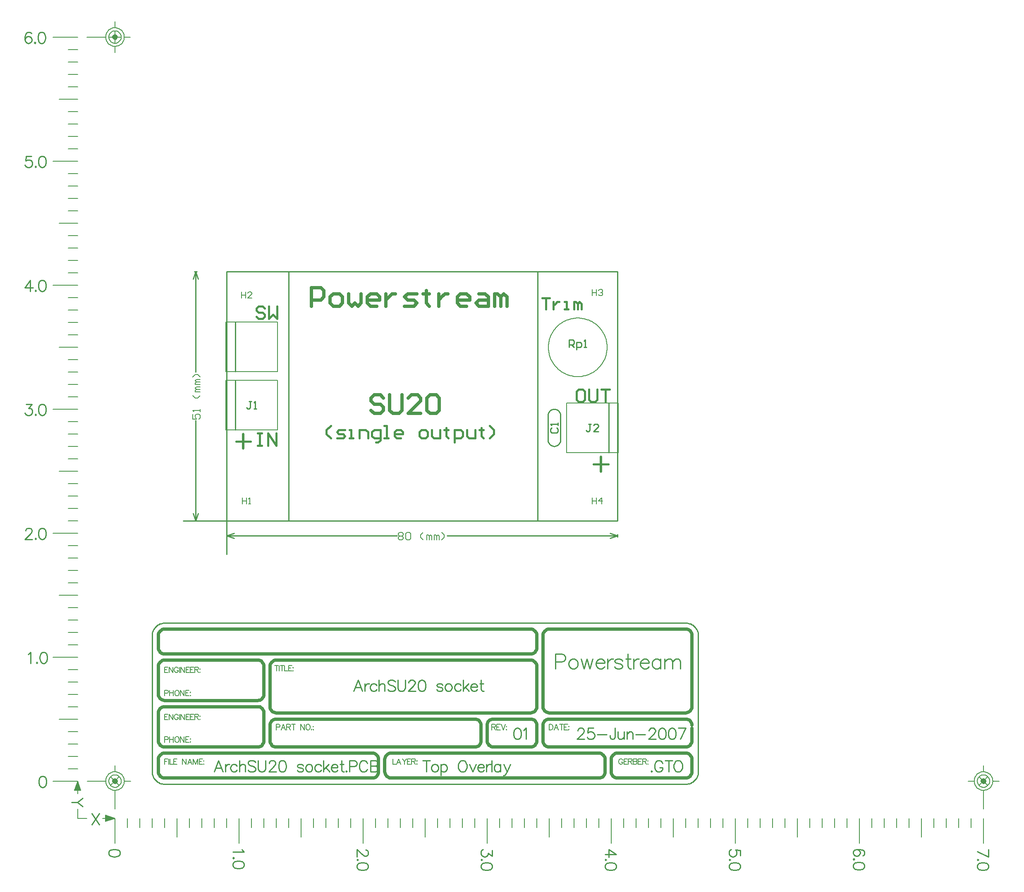
<source format=gto>
%FSLAX23Y23*%
%MOIN*%
G70*
G01*
G75*
%ADD10C,0.040*%
%ADD11C,0.010*%
%ADD12C,0.030*%
%ADD13C,0.060*%
%ADD14C,0.009*%
%ADD15C,0.025*%
%ADD16C,0.008*%
%ADD17C,0.005*%
%ADD18C,0.006*%
%ADD19C,0.062*%
%ADD20C,0.215*%
%ADD21C,0.098*%
%ADD22C,0.110*%
%ADD23C,0.110*%
%ADD24C,0.008*%
%ADD25C,0.020*%
%ADD26C,0.016*%
%ADD27C,0.015*%
D11*
X10658Y8222D02*
X10659Y8212D01*
X10662Y8203D01*
X10667Y8194D01*
X10673Y8186D01*
X10681Y8180D01*
X10689Y8176D01*
X10699Y8173D01*
X10708Y8172D01*
X10718Y8173D01*
X10728Y8176D01*
X10736Y8180D01*
X10744Y8186D01*
X10750Y8194D01*
X10755Y8203D01*
X10758Y8212D01*
X10758Y8222D01*
Y8422D02*
X10758Y8432D01*
X10755Y8441D01*
X10750Y8450D01*
X10744Y8457D01*
X10736Y8463D01*
X10728Y8468D01*
X10718Y8471D01*
X10708Y8472D01*
X10699Y8471D01*
X10689Y8468D01*
X10681Y8463D01*
X10673Y8457D01*
X10667Y8450D01*
X10662Y8441D01*
X10659Y8432D01*
X10658Y8422D01*
X10758Y8222D02*
Y8422D01*
X10658Y8222D02*
Y8422D01*
X8568Y9580D02*
X10576D01*
Y7572D02*
Y9580D01*
X8568Y7572D02*
Y9580D01*
Y7572D02*
X10576D01*
X8140Y8773D02*
Y9174D01*
X11147Y8119D02*
Y8521D01*
X8140Y8303D02*
Y8704D01*
X10689Y8322D02*
X10679Y8312D01*
Y8292D01*
X10689Y8282D01*
X10728D01*
X10738Y8292D01*
Y8312D01*
X10728Y8322D01*
X10738Y8342D02*
Y8362D01*
Y8352D01*
X10679D01*
X10689Y8342D01*
X10828Y8970D02*
Y9030D01*
X10858D01*
X10868Y9020D01*
Y9000D01*
X10858Y8990D01*
X10828D01*
X10848D02*
X10868Y8970D01*
X10888Y8950D02*
Y9010D01*
X10918D01*
X10928Y9000D01*
Y8980D01*
X10918Y8970D01*
X10888D01*
X10948D02*
X10968D01*
X10958D01*
Y9030D01*
X10948Y9020D01*
X8270Y8534D02*
X8250D01*
X8260D01*
Y8484D01*
X8250Y8474D01*
X8240D01*
X8230Y8484D01*
X8290Y8474D02*
X8310D01*
X8300D01*
Y8534D01*
X8290Y8524D01*
X11006Y8350D02*
X10986D01*
X10996D01*
Y8300D01*
X10986Y8290D01*
X10976D01*
X10966Y8300D01*
X11066Y8290D02*
X11026D01*
X11066Y8330D01*
Y8340D01*
X11056Y8350D01*
X11036D01*
X11026Y8340D01*
X11868Y6647D02*
X11868Y6657D01*
X11867Y6666D01*
X11864Y6676D01*
X11861Y6685D01*
X11857Y6694D01*
X11852Y6702D01*
X11846Y6710D01*
X11839Y6718D01*
X11832Y6724D01*
X11824Y6730D01*
X11816Y6735D01*
X11807Y6739D01*
X11798Y6742D01*
X11788Y6745D01*
X11778Y6746D01*
X11768Y6747D01*
Y5447D02*
X11778Y5447D01*
X11788Y5449D01*
X11798Y5451D01*
X11807Y5454D01*
X11816Y5459D01*
X11824Y5464D01*
X11832Y5470D01*
X11839Y5476D01*
X11846Y5483D01*
X11852Y5491D01*
X11857Y5500D01*
X11861Y5509D01*
X11864Y5518D01*
X11867Y5527D01*
X11868Y5537D01*
X11868Y5547D01*
X7468Y5548D02*
X7469Y5538D01*
X7470Y5528D01*
X7473Y5519D01*
X7476Y5510D01*
X7480Y5501D01*
X7485Y5492D01*
X7491Y5484D01*
X7497Y5477D01*
X7505Y5470D01*
X7512Y5464D01*
X7521Y5459D01*
X7530Y5455D01*
X7539Y5452D01*
X7548Y5449D01*
X7558Y5447D01*
X7568Y5447D01*
X7568Y6747D02*
X7559Y6746D01*
X7549Y6745D01*
X7539Y6742D01*
X7530Y6739D01*
X7521Y6735D01*
X7513Y6730D01*
X7505Y6724D01*
X7498Y6718D01*
X7491Y6710D01*
X7485Y6702D01*
X7480Y6694D01*
X7476Y6685D01*
X7473Y6676D01*
X7470Y6666D01*
X7469Y6657D01*
X7468Y6647D01*
Y5547D02*
Y6647D01*
X11868Y5547D02*
Y6647D01*
X7568Y6747D02*
X11768D01*
X7568Y5447D02*
X11768D01*
X8068Y7572D02*
Y9580D01*
X11218Y7572D02*
Y9580D01*
X8068D02*
X11218D01*
X8068Y7572D02*
X11218D01*
Y7442D02*
Y7462D01*
X8068Y7442D02*
Y7462D01*
X11158Y7432D02*
X11218Y7452D01*
X11158Y7472D02*
X11218Y7452D01*
X8068D02*
X8128Y7432D01*
X8068Y7452D02*
X8128Y7472D01*
X9844Y7452D02*
X11218D01*
X8068D02*
X9442D01*
X8068Y7302D02*
Y7572D01*
X7808Y9580D02*
X7828D01*
X7808Y7572D02*
X7828D01*
X7818Y9580D02*
X7838Y9520D01*
X7798D02*
X7818Y9580D01*
Y7572D02*
X7838Y7632D01*
X7798D02*
X7818Y7572D01*
Y8772D02*
Y9580D01*
Y7572D02*
Y8380D01*
X7718Y7572D02*
X8068D01*
D14*
X11493Y5555D02*
X11488Y5551D01*
X11493Y5547D01*
X11497Y5551D01*
X11493Y5555D01*
X11581Y5615D02*
X11577Y5624D01*
X11568Y5633D01*
X11560Y5637D01*
X11542D01*
X11534Y5633D01*
X11525Y5624D01*
X11521Y5615D01*
X11517Y5603D01*
Y5581D01*
X11521Y5568D01*
X11525Y5560D01*
X11534Y5551D01*
X11542Y5547D01*
X11560D01*
X11568Y5551D01*
X11577Y5560D01*
X11581Y5568D01*
Y5581D01*
X11560D02*
X11581D01*
X11632Y5637D02*
Y5547D01*
X11602Y5637D02*
X11662D01*
X11698D02*
X11689Y5633D01*
X11681Y5624D01*
X11677Y5615D01*
X11672Y5603D01*
Y5581D01*
X11677Y5568D01*
X11681Y5560D01*
X11689Y5551D01*
X11698Y5547D01*
X11715D01*
X11724Y5551D01*
X11732Y5560D01*
X11737Y5568D01*
X11741Y5581D01*
Y5603D01*
X11737Y5615D01*
X11732Y5624D01*
X11724Y5633D01*
X11715Y5637D01*
X11698D01*
X9162Y6197D02*
X9128Y6287D01*
X9093Y6197D01*
X9106Y6227D02*
X9149D01*
X9183Y6257D02*
Y6197D01*
Y6231D02*
X9187Y6244D01*
X9196Y6253D01*
X9204Y6257D01*
X9217D01*
X9277Y6244D02*
X9268Y6253D01*
X9260Y6257D01*
X9247D01*
X9238Y6253D01*
X9230Y6244D01*
X9225Y6231D01*
Y6223D01*
X9230Y6210D01*
X9238Y6201D01*
X9247Y6197D01*
X9260D01*
X9268Y6201D01*
X9277Y6210D01*
X9296Y6287D02*
Y6197D01*
Y6240D02*
X9309Y6253D01*
X9318Y6257D01*
X9330D01*
X9339Y6253D01*
X9343Y6240D01*
Y6197D01*
X9427Y6274D02*
X9418Y6282D01*
X9405Y6287D01*
X9388D01*
X9375Y6282D01*
X9367Y6274D01*
Y6265D01*
X9371Y6257D01*
X9375Y6253D01*
X9384Y6248D01*
X9410Y6240D01*
X9418Y6235D01*
X9423Y6231D01*
X9427Y6223D01*
Y6210D01*
X9418Y6201D01*
X9405Y6197D01*
X9388D01*
X9375Y6201D01*
X9367Y6210D01*
X9447Y6287D02*
Y6223D01*
X9451Y6210D01*
X9460Y6201D01*
X9473Y6197D01*
X9481D01*
X9494Y6201D01*
X9503Y6210D01*
X9507Y6223D01*
Y6287D01*
X9536Y6265D02*
Y6270D01*
X9540Y6278D01*
X9545Y6282D01*
X9553Y6287D01*
X9570D01*
X9579Y6282D01*
X9583Y6278D01*
X9588Y6270D01*
Y6261D01*
X9583Y6253D01*
X9575Y6240D01*
X9532Y6197D01*
X9592D01*
X9638Y6287D02*
X9625Y6282D01*
X9616Y6270D01*
X9612Y6248D01*
Y6235D01*
X9616Y6214D01*
X9625Y6201D01*
X9638Y6197D01*
X9646D01*
X9659Y6201D01*
X9668Y6214D01*
X9672Y6235D01*
Y6248D01*
X9668Y6270D01*
X9659Y6282D01*
X9646Y6287D01*
X9638D01*
X9810Y6244D02*
X9806Y6253D01*
X9793Y6257D01*
X9780D01*
X9767Y6253D01*
X9763Y6244D01*
X9767Y6235D01*
X9776Y6231D01*
X9797Y6227D01*
X9806Y6223D01*
X9810Y6214D01*
Y6210D01*
X9806Y6201D01*
X9793Y6197D01*
X9780D01*
X9767Y6201D01*
X9763Y6210D01*
X9850Y6257D02*
X9842Y6253D01*
X9833Y6244D01*
X9829Y6231D01*
Y6223D01*
X9833Y6210D01*
X9842Y6201D01*
X9850Y6197D01*
X9863D01*
X9872Y6201D01*
X9880Y6210D01*
X9884Y6223D01*
Y6231D01*
X9880Y6244D01*
X9872Y6253D01*
X9863Y6257D01*
X9850D01*
X9956Y6244D02*
X9947Y6253D01*
X9938Y6257D01*
X9926D01*
X9917Y6253D01*
X9908Y6244D01*
X9904Y6231D01*
Y6223D01*
X9908Y6210D01*
X9917Y6201D01*
X9926Y6197D01*
X9938D01*
X9947Y6201D01*
X9956Y6210D01*
X9975Y6287D02*
Y6197D01*
X10018Y6257D02*
X9975Y6214D01*
X9992Y6231D02*
X10022Y6197D01*
X10036Y6231D02*
X10088D01*
Y6240D01*
X10083Y6248D01*
X10079Y6253D01*
X10070Y6257D01*
X10058D01*
X10049Y6253D01*
X10040Y6244D01*
X10036Y6231D01*
Y6223D01*
X10040Y6210D01*
X10049Y6201D01*
X10058Y6197D01*
X10070D01*
X10079Y6201D01*
X10088Y6210D01*
X10120Y6287D02*
Y6214D01*
X10124Y6201D01*
X10133Y6197D01*
X10141D01*
X10107Y6257D02*
X10137D01*
X8037Y5547D02*
X8003Y5637D01*
X7968Y5547D01*
X7981Y5577D02*
X8024D01*
X8058Y5607D02*
Y5547D01*
Y5581D02*
X8062Y5594D01*
X8071Y5603D01*
X8079Y5607D01*
X8092D01*
X8152Y5594D02*
X8143Y5603D01*
X8135Y5607D01*
X8122D01*
X8113Y5603D01*
X8105Y5594D01*
X8100Y5581D01*
Y5573D01*
X8105Y5560D01*
X8113Y5551D01*
X8122Y5547D01*
X8135D01*
X8143Y5551D01*
X8152Y5560D01*
X8171Y5637D02*
Y5547D01*
Y5590D02*
X8184Y5603D01*
X8193Y5607D01*
X8205D01*
X8214Y5603D01*
X8218Y5590D01*
Y5547D01*
X8302Y5624D02*
X8293Y5633D01*
X8280Y5637D01*
X8263D01*
X8250Y5633D01*
X8242Y5624D01*
Y5615D01*
X8246Y5607D01*
X8250Y5603D01*
X8259Y5598D01*
X8285Y5590D01*
X8293Y5585D01*
X8298Y5581D01*
X8302Y5573D01*
Y5560D01*
X8293Y5551D01*
X8280Y5547D01*
X8263D01*
X8250Y5551D01*
X8242Y5560D01*
X8322Y5637D02*
Y5573D01*
X8326Y5560D01*
X8335Y5551D01*
X8348Y5547D01*
X8356D01*
X8369Y5551D01*
X8378Y5560D01*
X8382Y5573D01*
Y5637D01*
X8411Y5615D02*
Y5620D01*
X8415Y5628D01*
X8420Y5633D01*
X8428Y5637D01*
X8445D01*
X8454Y5633D01*
X8458Y5628D01*
X8463Y5620D01*
Y5611D01*
X8458Y5603D01*
X8450Y5590D01*
X8407Y5547D01*
X8467D01*
X8513Y5637D02*
X8500Y5633D01*
X8491Y5620D01*
X8487Y5598D01*
Y5585D01*
X8491Y5564D01*
X8500Y5551D01*
X8513Y5547D01*
X8521D01*
X8534Y5551D01*
X8543Y5564D01*
X8547Y5585D01*
Y5598D01*
X8543Y5620D01*
X8534Y5633D01*
X8521Y5637D01*
X8513D01*
X8685Y5594D02*
X8681Y5603D01*
X8668Y5607D01*
X8655D01*
X8642Y5603D01*
X8638Y5594D01*
X8642Y5585D01*
X8651Y5581D01*
X8672Y5577D01*
X8681Y5573D01*
X8685Y5564D01*
Y5560D01*
X8681Y5551D01*
X8668Y5547D01*
X8655D01*
X8642Y5551D01*
X8638Y5560D01*
X8725Y5607D02*
X8717Y5603D01*
X8708Y5594D01*
X8704Y5581D01*
Y5573D01*
X8708Y5560D01*
X8717Y5551D01*
X8725Y5547D01*
X8738D01*
X8747Y5551D01*
X8755Y5560D01*
X8759Y5573D01*
Y5581D01*
X8755Y5594D01*
X8747Y5603D01*
X8738Y5607D01*
X8725D01*
X8831Y5594D02*
X8822Y5603D01*
X8813Y5607D01*
X8801D01*
X8792Y5603D01*
X8783Y5594D01*
X8779Y5581D01*
Y5573D01*
X8783Y5560D01*
X8792Y5551D01*
X8801Y5547D01*
X8813D01*
X8822Y5551D01*
X8831Y5560D01*
X8850Y5637D02*
Y5547D01*
X8893Y5607D02*
X8850Y5564D01*
X8867Y5581D02*
X8897Y5547D01*
X8911Y5581D02*
X8963D01*
Y5590D01*
X8958Y5598D01*
X8954Y5603D01*
X8945Y5607D01*
X8933D01*
X8924Y5603D01*
X8915Y5594D01*
X8911Y5581D01*
Y5573D01*
X8915Y5560D01*
X8924Y5551D01*
X8933Y5547D01*
X8945D01*
X8954Y5551D01*
X8963Y5560D01*
X8995Y5637D02*
Y5564D01*
X8999Y5551D01*
X9008Y5547D01*
X9016D01*
X8982Y5607D02*
X9012D01*
X9033Y5555D02*
X9029Y5551D01*
X9033Y5547D01*
X9038Y5551D01*
X9033Y5555D01*
X9057Y5590D02*
X9096D01*
X9109Y5594D01*
X9113Y5598D01*
X9117Y5607D01*
Y5620D01*
X9113Y5628D01*
X9109Y5633D01*
X9096Y5637D01*
X9057D01*
Y5547D01*
X9202Y5615D02*
X9197Y5624D01*
X9189Y5633D01*
X9180Y5637D01*
X9163D01*
X9155Y5633D01*
X9146Y5624D01*
X9142Y5615D01*
X9137Y5603D01*
Y5581D01*
X9142Y5568D01*
X9146Y5560D01*
X9155Y5551D01*
X9163Y5547D01*
X9180D01*
X9189Y5551D01*
X9197Y5560D01*
X9202Y5568D01*
X9227Y5637D02*
Y5547D01*
Y5637D02*
X9266D01*
X9278Y5633D01*
X9283Y5628D01*
X9287Y5620D01*
Y5611D01*
X9283Y5603D01*
X9278Y5598D01*
X9266Y5594D01*
X9227D02*
X9266D01*
X9278Y5590D01*
X9283Y5585D01*
X9287Y5577D01*
Y5564D01*
X9283Y5555D01*
X9278Y5551D01*
X9266Y5547D01*
X9227D01*
X9678Y5637D02*
Y5547D01*
X9648Y5637D02*
X9708D01*
X9741Y5607D02*
X9732Y5603D01*
X9723Y5594D01*
X9719Y5581D01*
Y5573D01*
X9723Y5560D01*
X9732Y5551D01*
X9741Y5547D01*
X9753D01*
X9762Y5551D01*
X9771Y5560D01*
X9775Y5573D01*
Y5581D01*
X9771Y5594D01*
X9762Y5603D01*
X9753Y5607D01*
X9741D01*
X9795D02*
Y5517D01*
Y5594D02*
X9803Y5603D01*
X9812Y5607D01*
X9825D01*
X9833Y5603D01*
X9842Y5594D01*
X9846Y5581D01*
Y5573D01*
X9842Y5560D01*
X9833Y5551D01*
X9825Y5547D01*
X9812D01*
X9803Y5551D01*
X9795Y5560D01*
X9962Y5637D02*
X9953Y5633D01*
X9945Y5624D01*
X9940Y5615D01*
X9936Y5603D01*
Y5581D01*
X9940Y5568D01*
X9945Y5560D01*
X9953Y5551D01*
X9962Y5547D01*
X9979D01*
X9987Y5551D01*
X9996Y5560D01*
X10000Y5568D01*
X10005Y5581D01*
Y5603D01*
X10000Y5615D01*
X9996Y5624D01*
X9987Y5633D01*
X9979Y5637D01*
X9962D01*
X10026Y5607D02*
X10051Y5547D01*
X10077Y5607D02*
X10051Y5547D01*
X10092Y5581D02*
X10143D01*
Y5590D01*
X10139Y5598D01*
X10134Y5603D01*
X10126Y5607D01*
X10113D01*
X10104Y5603D01*
X10096Y5594D01*
X10092Y5581D01*
Y5573D01*
X10096Y5560D01*
X10104Y5551D01*
X10113Y5547D01*
X10126D01*
X10134Y5551D01*
X10143Y5560D01*
X10162Y5607D02*
Y5547D01*
Y5581D02*
X10167Y5594D01*
X10175Y5603D01*
X10184Y5607D01*
X10197D01*
X10205Y5637D02*
Y5547D01*
X10275Y5607D02*
Y5547D01*
Y5594D02*
X10266Y5603D01*
X10258Y5607D01*
X10245D01*
X10236Y5603D01*
X10228Y5594D01*
X10224Y5581D01*
Y5573D01*
X10228Y5560D01*
X10236Y5551D01*
X10245Y5547D01*
X10258D01*
X10266Y5551D01*
X10275Y5560D01*
X10303Y5607D02*
X10329Y5547D01*
X10355Y5607D02*
X10329Y5547D01*
X10320Y5530D01*
X10312Y5521D01*
X10303Y5517D01*
X10299D01*
X10407Y5899D02*
X10394Y5895D01*
X10385Y5882D01*
X10381Y5861D01*
Y5848D01*
X10385Y5826D01*
X10394Y5814D01*
X10407Y5809D01*
X10415D01*
X10428Y5814D01*
X10437Y5826D01*
X10441Y5848D01*
Y5861D01*
X10437Y5882D01*
X10428Y5895D01*
X10415Y5899D01*
X10407D01*
X10461Y5882D02*
X10470Y5886D01*
X10483Y5899D01*
Y5809D01*
X10718Y6434D02*
X10770D01*
X10787Y6440D01*
X10793Y6445D01*
X10798Y6457D01*
Y6474D01*
X10793Y6485D01*
X10787Y6491D01*
X10770Y6497D01*
X10718D01*
Y6377D01*
X10854Y6457D02*
X10842Y6451D01*
X10831Y6440D01*
X10825Y6423D01*
Y6411D01*
X10831Y6394D01*
X10842Y6383D01*
X10854Y6377D01*
X10871D01*
X10882Y6383D01*
X10894Y6394D01*
X10900Y6411D01*
Y6423D01*
X10894Y6440D01*
X10882Y6451D01*
X10871Y6457D01*
X10854D01*
X10926D02*
X10949Y6377D01*
X10972Y6457D02*
X10949Y6377D01*
X10972Y6457D02*
X10994Y6377D01*
X11017Y6457D02*
X10994Y6377D01*
X11045Y6423D02*
X11114D01*
Y6434D01*
X11108Y6445D01*
X11102Y6451D01*
X11091Y6457D01*
X11074D01*
X11062Y6451D01*
X11051Y6440D01*
X11045Y6423D01*
Y6411D01*
X11051Y6394D01*
X11062Y6383D01*
X11074Y6377D01*
X11091D01*
X11102Y6383D01*
X11114Y6394D01*
X11140Y6457D02*
Y6377D01*
Y6423D02*
X11145Y6440D01*
X11157Y6451D01*
X11168Y6457D01*
X11185D01*
X11259Y6440D02*
X11253Y6451D01*
X11236Y6457D01*
X11219D01*
X11202Y6451D01*
X11196Y6440D01*
X11202Y6428D01*
X11213Y6423D01*
X11242Y6417D01*
X11253Y6411D01*
X11259Y6400D01*
Y6394D01*
X11253Y6383D01*
X11236Y6377D01*
X11219D01*
X11202Y6383D01*
X11196Y6394D01*
X11301Y6497D02*
Y6400D01*
X11307Y6383D01*
X11318Y6377D01*
X11330D01*
X11284Y6457D02*
X11324D01*
X11347D02*
Y6377D01*
Y6423D02*
X11353Y6440D01*
X11364Y6451D01*
X11375Y6457D01*
X11393D01*
X11403Y6423D02*
X11472D01*
Y6434D01*
X11466Y6445D01*
X11461Y6451D01*
X11449Y6457D01*
X11432D01*
X11421Y6451D01*
X11409Y6440D01*
X11403Y6423D01*
Y6411D01*
X11409Y6394D01*
X11421Y6383D01*
X11432Y6377D01*
X11449D01*
X11461Y6383D01*
X11472Y6394D01*
X11566Y6457D02*
Y6377D01*
Y6440D02*
X11555Y6451D01*
X11543Y6457D01*
X11526D01*
X11515Y6451D01*
X11503Y6440D01*
X11498Y6423D01*
Y6411D01*
X11503Y6394D01*
X11515Y6383D01*
X11526Y6377D01*
X11543D01*
X11555Y6383D01*
X11566Y6394D01*
X11598Y6457D02*
Y6377D01*
Y6434D02*
X11615Y6451D01*
X11627Y6457D01*
X11644D01*
X11655Y6451D01*
X11661Y6434D01*
Y6377D01*
Y6434D02*
X11678Y6451D01*
X11690Y6457D01*
X11707D01*
X11718Y6451D01*
X11724Y6434D01*
Y6377D01*
X10898Y5878D02*
Y5882D01*
X10902Y5891D01*
X10906Y5895D01*
X10915Y5899D01*
X10932D01*
X10941Y5895D01*
X10945Y5891D01*
X10949Y5882D01*
Y5874D01*
X10945Y5865D01*
X10936Y5852D01*
X10893Y5809D01*
X10953D01*
X11025Y5899D02*
X10982D01*
X10978Y5861D01*
X10982Y5865D01*
X10995Y5869D01*
X11008D01*
X11021Y5865D01*
X11029Y5856D01*
X11034Y5844D01*
Y5835D01*
X11029Y5822D01*
X11021Y5814D01*
X11008Y5809D01*
X10995D01*
X10982Y5814D01*
X10978Y5818D01*
X10974Y5826D01*
X11054Y5848D02*
X11131D01*
X11200Y5899D02*
Y5831D01*
X11196Y5818D01*
X11192Y5814D01*
X11183Y5809D01*
X11175D01*
X11166Y5814D01*
X11162Y5818D01*
X11157Y5831D01*
Y5839D01*
X11223Y5869D02*
Y5826D01*
X11228Y5814D01*
X11236Y5809D01*
X11249D01*
X11258Y5814D01*
X11271Y5826D01*
Y5869D02*
Y5809D01*
X11294Y5869D02*
Y5809D01*
Y5852D02*
X11307Y5865D01*
X11316Y5869D01*
X11328D01*
X11337Y5865D01*
X11341Y5852D01*
Y5809D01*
X11365Y5848D02*
X11442D01*
X11473Y5878D02*
Y5882D01*
X11477Y5891D01*
X11481Y5895D01*
X11490Y5899D01*
X11507D01*
X11516Y5895D01*
X11520Y5891D01*
X11524Y5882D01*
Y5874D01*
X11520Y5865D01*
X11511Y5852D01*
X11469Y5809D01*
X11529D01*
X11574Y5899D02*
X11561Y5895D01*
X11553Y5882D01*
X11549Y5861D01*
Y5848D01*
X11553Y5826D01*
X11561Y5814D01*
X11574Y5809D01*
X11583D01*
X11596Y5814D01*
X11604Y5826D01*
X11609Y5848D01*
Y5861D01*
X11604Y5882D01*
X11596Y5895D01*
X11583Y5899D01*
X11574D01*
X11654D02*
X11642Y5895D01*
X11633Y5882D01*
X11629Y5861D01*
Y5848D01*
X11633Y5826D01*
X11642Y5814D01*
X11654Y5809D01*
X11663D01*
X11676Y5814D01*
X11684Y5826D01*
X11689Y5848D01*
Y5861D01*
X11684Y5882D01*
X11676Y5895D01*
X11663Y5899D01*
X11654D01*
X11769D02*
X11726Y5809D01*
X11709Y5899D02*
X11769D01*
X6908Y5334D02*
X6866Y5300D01*
X6818D01*
X6908Y5266D02*
X6866Y5300D01*
X6981Y5212D02*
X7041Y5122D01*
Y5212D02*
X6981Y5122D01*
X13196Y4870D02*
X13204Y4875D01*
X13208Y4888D01*
Y4896D01*
X13204Y4909D01*
X13191Y4918D01*
X13170Y4922D01*
X13148D01*
X13131Y4918D01*
X13123Y4909D01*
X13118Y4896D01*
Y4892D01*
X13123Y4879D01*
X13131Y4870D01*
X13144Y4866D01*
X13148D01*
X13161Y4870D01*
X13170Y4879D01*
X13174Y4892D01*
Y4896D01*
X13170Y4909D01*
X13161Y4918D01*
X13148Y4922D01*
X13127Y4842D02*
X13123Y4846D01*
X13118Y4842D01*
X13123Y4838D01*
X13127Y4842D01*
X13208Y4792D02*
X13204Y4805D01*
X13191Y4814D01*
X13170Y4818D01*
X13157D01*
X13136Y4814D01*
X13123Y4805D01*
X13118Y4792D01*
Y4784D01*
X13123Y4771D01*
X13136Y4762D01*
X13157Y4758D01*
X13170D01*
X13191Y4762D01*
X13204Y4771D01*
X13208Y4784D01*
Y4792D01*
X11208Y4879D02*
X11148Y4922D01*
Y4858D01*
X11208Y4879D02*
X11118D01*
X11127Y4837D02*
X11123Y4842D01*
X11118Y4837D01*
X11123Y4833D01*
X11127Y4837D01*
X11208Y4788D02*
X11204Y4801D01*
X11191Y4809D01*
X11170Y4813D01*
X11157D01*
X11136Y4809D01*
X11123Y4801D01*
X11118Y4788D01*
Y4779D01*
X11123Y4766D01*
X11136Y4758D01*
X11157Y4753D01*
X11170D01*
X11191Y4758D01*
X11204Y4766D01*
X11208Y4779D01*
Y4788D01*
X9187Y4918D02*
X9191D01*
X9200Y4913D01*
X9204Y4909D01*
X9208Y4900D01*
Y4883D01*
X9204Y4875D01*
X9200Y4870D01*
X9191Y4866D01*
X9183D01*
X9174Y4870D01*
X9161Y4879D01*
X9118Y4922D01*
Y4862D01*
X9127Y4837D02*
X9123Y4842D01*
X9118Y4837D01*
X9123Y4833D01*
X9127Y4837D01*
X9208Y4788D02*
X9204Y4801D01*
X9191Y4809D01*
X9170Y4813D01*
X9157D01*
X9136Y4809D01*
X9123Y4801D01*
X9118Y4788D01*
Y4779D01*
X9123Y4766D01*
X9136Y4758D01*
X9157Y4753D01*
X9170D01*
X9191Y4758D01*
X9204Y4766D01*
X9208Y4779D01*
Y4788D01*
X7208Y4896D02*
X7204Y4909D01*
X7191Y4918D01*
X7170Y4922D01*
X7157D01*
X7136Y4918D01*
X7123Y4909D01*
X7118Y4896D01*
Y4888D01*
X7123Y4875D01*
X7136Y4866D01*
X7157Y4862D01*
X7170D01*
X7191Y4866D01*
X7204Y4875D01*
X7208Y4888D01*
Y4896D01*
X8191Y4922D02*
X8196Y4913D01*
X8208Y4900D01*
X8118D01*
X8127Y4852D02*
X8123Y4856D01*
X8118Y4852D01*
X8123Y4847D01*
X8127Y4852D01*
X8208Y4802D02*
X8204Y4815D01*
X8191Y4823D01*
X8170Y4828D01*
X8157D01*
X8136Y4823D01*
X8123Y4815D01*
X8118Y4802D01*
Y4793D01*
X8123Y4780D01*
X8136Y4772D01*
X8157Y4768D01*
X8170D01*
X8191Y4772D01*
X8204Y4780D01*
X8208Y4793D01*
Y4802D01*
X10208Y4913D02*
Y4866D01*
X10174Y4892D01*
Y4879D01*
X10170Y4870D01*
X10166Y4866D01*
X10153Y4862D01*
X10144D01*
X10131Y4866D01*
X10123Y4875D01*
X10118Y4888D01*
Y4900D01*
X10123Y4913D01*
X10127Y4918D01*
X10136Y4922D01*
X10127Y4837D02*
X10123Y4842D01*
X10118Y4837D01*
X10123Y4833D01*
X10127Y4837D01*
X10208Y4788D02*
X10204Y4801D01*
X10191Y4809D01*
X10170Y4813D01*
X10157D01*
X10136Y4809D01*
X10123Y4801D01*
X10118Y4788D01*
Y4779D01*
X10123Y4766D01*
X10136Y4758D01*
X10157Y4753D01*
X10170D01*
X10191Y4758D01*
X10204Y4766D01*
X10208Y4779D01*
Y4788D01*
X12208Y4870D02*
Y4913D01*
X12170Y4918D01*
X12174Y4913D01*
X12178Y4900D01*
Y4888D01*
X12174Y4875D01*
X12166Y4866D01*
X12153Y4862D01*
X12144D01*
X12131Y4866D01*
X12123Y4875D01*
X12118Y4888D01*
Y4900D01*
X12123Y4913D01*
X12127Y4918D01*
X12136Y4922D01*
X12127Y4837D02*
X12123Y4842D01*
X12118Y4837D01*
X12123Y4833D01*
X12127Y4837D01*
X12208Y4788D02*
X12204Y4801D01*
X12191Y4809D01*
X12170Y4813D01*
X12157D01*
X12136Y4809D01*
X12123Y4801D01*
X12118Y4788D01*
Y4779D01*
X12123Y4766D01*
X12136Y4758D01*
X12157Y4753D01*
X12170D01*
X12191Y4758D01*
X12204Y4766D01*
X12208Y4779D01*
Y4788D01*
X14208Y4862D02*
X14118Y4905D01*
X14208Y4922D02*
Y4862D01*
X14127Y4837D02*
X14123Y4842D01*
X14118Y4837D01*
X14123Y4833D01*
X14127Y4837D01*
X14208Y4788D02*
X14204Y4801D01*
X14191Y4809D01*
X14170Y4813D01*
X14157D01*
X14136Y4809D01*
X14123Y4801D01*
X14118Y4788D01*
Y4779D01*
X14123Y4766D01*
X14136Y4758D01*
X14157Y4753D01*
X14170D01*
X14191Y4758D01*
X14204Y4766D01*
X14208Y4779D01*
Y4788D01*
X6495Y10512D02*
X6452D01*
X6448Y10473D01*
X6452Y10478D01*
X6465Y10482D01*
X6478D01*
X6491Y10478D01*
X6499Y10469D01*
X6503Y10456D01*
Y10448D01*
X6499Y10435D01*
X6491Y10426D01*
X6478Y10422D01*
X6465D01*
X6452Y10426D01*
X6448Y10430D01*
X6443Y10439D01*
X6528Y10430D02*
X6524Y10426D01*
X6528Y10422D01*
X6532Y10426D01*
X6528Y10430D01*
X6578Y10512D02*
X6565Y10507D01*
X6556Y10495D01*
X6552Y10473D01*
Y10460D01*
X6556Y10439D01*
X6565Y10426D01*
X6578Y10422D01*
X6586D01*
X6599Y10426D01*
X6608Y10439D01*
X6612Y10460D01*
Y10473D01*
X6608Y10495D01*
X6599Y10507D01*
X6586Y10512D01*
X6578D01*
X6452Y8512D02*
X6499D01*
X6473Y8478D01*
X6486D01*
X6495Y8473D01*
X6499Y8469D01*
X6503Y8456D01*
Y8448D01*
X6499Y8435D01*
X6491Y8426D01*
X6478Y8422D01*
X6465D01*
X6452Y8426D01*
X6448Y8430D01*
X6443Y8439D01*
X6528Y8430D02*
X6524Y8426D01*
X6528Y8422D01*
X6532Y8426D01*
X6528Y8430D01*
X6578Y8512D02*
X6565Y8507D01*
X6556Y8495D01*
X6552Y8473D01*
Y8460D01*
X6556Y8439D01*
X6565Y8426D01*
X6578Y8422D01*
X6586D01*
X6599Y8426D01*
X6608Y8439D01*
X6612Y8460D01*
Y8473D01*
X6608Y8495D01*
X6599Y8507D01*
X6586Y8512D01*
X6578D01*
X6468Y6495D02*
X6477Y6499D01*
X6490Y6512D01*
Y6422D01*
X6539Y6430D02*
X6534Y6426D01*
X6539Y6422D01*
X6543Y6426D01*
X6539Y6430D01*
X6588Y6512D02*
X6576Y6508D01*
X6567Y6495D01*
X6563Y6473D01*
Y6460D01*
X6567Y6439D01*
X6576Y6426D01*
X6588Y6422D01*
X6597D01*
X6610Y6426D01*
X6618Y6439D01*
X6623Y6460D01*
Y6473D01*
X6618Y6495D01*
X6610Y6508D01*
X6597Y6512D01*
X6588D01*
X6582Y5512D02*
X6569Y5508D01*
X6560Y5495D01*
X6556Y5473D01*
Y5460D01*
X6560Y5439D01*
X6569Y5426D01*
X6582Y5422D01*
X6590D01*
X6603Y5426D01*
X6612Y5439D01*
X6616Y5460D01*
Y5473D01*
X6612Y5495D01*
X6603Y5508D01*
X6590Y5512D01*
X6582D01*
X6448Y7490D02*
Y7495D01*
X6452Y7503D01*
X6456Y7508D01*
X6465Y7512D01*
X6482D01*
X6491Y7508D01*
X6495Y7503D01*
X6499Y7495D01*
Y7486D01*
X6495Y7478D01*
X6486Y7465D01*
X6443Y7422D01*
X6503D01*
X6528Y7430D02*
X6524Y7426D01*
X6528Y7422D01*
X6532Y7426D01*
X6528Y7430D01*
X6578Y7512D02*
X6565Y7508D01*
X6556Y7495D01*
X6552Y7473D01*
Y7460D01*
X6556Y7439D01*
X6565Y7426D01*
X6578Y7422D01*
X6586D01*
X6599Y7426D01*
X6608Y7439D01*
X6612Y7460D01*
Y7473D01*
X6608Y7495D01*
X6599Y7508D01*
X6586Y7512D01*
X6578D01*
X6486Y9512D02*
X6443Y9452D01*
X6508D01*
X6486Y9512D02*
Y9422D01*
X6528Y9430D02*
X6524Y9426D01*
X6528Y9422D01*
X6532Y9426D01*
X6528Y9430D01*
X6578Y9512D02*
X6565Y9507D01*
X6556Y9495D01*
X6552Y9473D01*
Y9460D01*
X6556Y9439D01*
X6565Y9426D01*
X6578Y9422D01*
X6586D01*
X6599Y9426D01*
X6608Y9439D01*
X6612Y9460D01*
Y9473D01*
X6608Y9495D01*
X6599Y9507D01*
X6586Y9512D01*
X6578D01*
X6495Y11499D02*
X6491Y11507D01*
X6478Y11512D01*
X6469D01*
X6456Y11507D01*
X6448Y11495D01*
X6443Y11473D01*
Y11452D01*
X6448Y11435D01*
X6456Y11426D01*
X6469Y11422D01*
X6473D01*
X6486Y11426D01*
X6495Y11435D01*
X6499Y11448D01*
Y11452D01*
X6495Y11465D01*
X6486Y11473D01*
X6473Y11478D01*
X6469D01*
X6456Y11473D01*
X6448Y11465D01*
X6443Y11452D01*
X6523Y11430D02*
X6519Y11426D01*
X6523Y11422D01*
X6527Y11426D01*
X6523Y11430D01*
X6573Y11512D02*
X6560Y11507D01*
X6551Y11495D01*
X6547Y11473D01*
Y11460D01*
X6551Y11439D01*
X6560Y11426D01*
X6573Y11422D01*
X6581D01*
X6594Y11426D01*
X6603Y11439D01*
X6607Y11460D01*
Y11473D01*
X6603Y11495D01*
X6594Y11507D01*
X6581Y11512D01*
X6573D01*
D15*
X8753Y9302D02*
Y9452D01*
X8828D01*
X8853Y9427D01*
Y9377D01*
X8828Y9352D01*
X8753D01*
X8928Y9302D02*
X8978D01*
X9003Y9327D01*
Y9377D01*
X8978Y9402D01*
X8928D01*
X8903Y9377D01*
Y9327D01*
X8928Y9302D01*
X9053Y9402D02*
Y9327D01*
X9078Y9302D01*
X9103Y9327D01*
X9128Y9302D01*
X9153Y9327D01*
Y9402D01*
X9278Y9302D02*
X9228D01*
X9203Y9327D01*
Y9377D01*
X9228Y9402D01*
X9278D01*
X9303Y9377D01*
Y9352D01*
X9203D01*
X9353Y9402D02*
Y9302D01*
Y9352D01*
X9378Y9377D01*
X9403Y9402D01*
X9428D01*
X9503Y9302D02*
X9578D01*
X9603Y9327D01*
X9578Y9352D01*
X9528D01*
X9503Y9377D01*
X9528Y9402D01*
X9603D01*
X9678Y9427D02*
Y9402D01*
X9653D01*
X9703D01*
X9678D01*
Y9327D01*
X9703Y9302D01*
X9778Y9402D02*
Y9302D01*
Y9352D01*
X9803Y9377D01*
X9828Y9402D01*
X9853D01*
X10003Y9302D02*
X9953D01*
X9928Y9327D01*
Y9377D01*
X9953Y9402D01*
X10003D01*
X10028Y9377D01*
Y9352D01*
X9928D01*
X10103Y9402D02*
X10153D01*
X10178Y9377D01*
Y9302D01*
X10103D01*
X10078Y9327D01*
X10103Y9352D01*
X10178D01*
X10228Y9302D02*
Y9402D01*
X10253D01*
X10278Y9377D01*
Y9302D01*
Y9377D01*
X10303Y9402D01*
X10328Y9377D01*
Y9302D01*
X9333Y8562D02*
X9308Y8587D01*
X9258D01*
X9233Y8562D01*
Y8537D01*
X9258Y8512D01*
X9308D01*
X9333Y8487D01*
Y8462D01*
X9308Y8437D01*
X9258D01*
X9233Y8462D01*
X9383Y8587D02*
Y8462D01*
X9408Y8437D01*
X9458D01*
X9483Y8462D01*
Y8587D01*
X9633Y8437D02*
X9533D01*
X9633Y8537D01*
Y8562D01*
X9608Y8587D01*
X9558D01*
X9533Y8562D01*
X9683D02*
X9708Y8587D01*
X9758D01*
X9783Y8562D01*
Y8462D01*
X9758Y8437D01*
X9708D01*
X9683Y8462D01*
Y8562D01*
X9293Y5647D02*
X9293Y5657D01*
X9290Y5666D01*
X9285Y5675D01*
X9279Y5682D01*
X9271Y5688D01*
X9263Y5693D01*
X9253Y5696D01*
X9243Y5697D01*
X9245Y5497D02*
X9254Y5498D01*
X9264Y5500D01*
X9272Y5505D01*
X9280Y5511D01*
X9286Y5519D01*
X9290Y5527D01*
X9293Y5537D01*
X9293Y5546D01*
X9393Y5697D02*
X9384Y5696D01*
X9374Y5693D01*
X9366Y5688D01*
X9358Y5682D01*
X9352Y5675D01*
X9347Y5666D01*
X9344Y5657D01*
X9343Y5647D01*
Y5547D02*
X9344Y5537D01*
X9347Y5528D01*
X9352Y5519D01*
X9358Y5512D01*
X9365Y5506D01*
X9374Y5501D01*
X9383Y5498D01*
X9393Y5497D01*
X11118Y5647D02*
X11118Y5657D01*
X11115Y5666D01*
X11110Y5675D01*
X11104Y5682D01*
X11096Y5688D01*
X11088Y5693D01*
X11078Y5696D01*
X11068Y5697D01*
X11070Y5497D02*
X11079Y5498D01*
X11089Y5500D01*
X11097Y5505D01*
X11105Y5511D01*
X11111Y5519D01*
X11115Y5527D01*
X11118Y5537D01*
X11118Y5546D01*
X11168Y5546D02*
X11169Y5536D01*
X11172Y5527D01*
X11177Y5518D01*
X11183Y5511D01*
X11191Y5505D01*
X11199Y5500D01*
X11209Y5498D01*
X11218Y5497D01*
X11218Y5697D02*
X11209Y5696D01*
X11199Y5693D01*
X11191Y5688D01*
X11183Y5682D01*
X11177Y5675D01*
X11172Y5666D01*
X11169Y5657D01*
X11168Y5647D01*
X8368Y6398D02*
X8368Y6407D01*
X8365Y6417D01*
X8360Y6425D01*
X8354Y6432D01*
X8347Y6439D01*
X8338Y6443D01*
X8329Y6446D01*
X8319Y6447D01*
X8320Y6122D02*
X8330Y6123D01*
X8339Y6125D01*
X8347Y6130D01*
X8354Y6136D01*
X8360Y6143D01*
X8365Y6151D01*
X8368Y6160D01*
X8368Y6170D01*
Y6023D02*
X8368Y6033D01*
X8365Y6042D01*
X8360Y6051D01*
X8354Y6058D01*
X8346Y6064D01*
X8337Y6069D01*
X8328Y6071D01*
X8318Y6072D01*
X8418Y6071D02*
X8419Y6061D01*
X8422Y6052D01*
X8427Y6044D01*
X8433Y6036D01*
X8440Y6030D01*
X8449Y6026D01*
X8458Y6023D01*
X8467Y6022D01*
X8418Y5796D02*
X8419Y5786D01*
X8422Y5777D01*
X8427Y5769D01*
X8433Y5761D01*
X8440Y5755D01*
X8449Y5751D01*
X8458Y5748D01*
X8467Y5747D01*
X8319D02*
X8329Y5748D01*
X8338Y5751D01*
X8347Y5755D01*
X8354Y5761D01*
X8360Y5769D01*
X8365Y5777D01*
X8368Y5786D01*
X8368Y5796D01*
X10118Y5923D02*
X10118Y5932D01*
X10115Y5942D01*
X10110Y5950D01*
X10104Y5957D01*
X10097Y5964D01*
X10088Y5968D01*
X10079Y5971D01*
X10069Y5972D01*
Y5747D02*
X10079Y5748D01*
X10088Y5751D01*
X10097Y5755D01*
X10104Y5761D01*
X10111Y5769D01*
X10115Y5778D01*
X10118Y5787D01*
X10118Y5797D01*
X10168Y5798D02*
X10169Y5788D01*
X10172Y5778D01*
X10177Y5770D01*
X10183Y5762D01*
X10191Y5756D01*
X10199Y5751D01*
X10209Y5748D01*
X10219Y5747D01*
X10216Y5972D02*
X10207Y5971D01*
X10198Y5968D01*
X10189Y5963D01*
X10182Y5957D01*
X10176Y5949D01*
X10171Y5940D01*
X10169Y5931D01*
X10169Y5921D01*
X8468Y5972D02*
X8459Y5971D01*
X8449Y5968D01*
X8441Y5963D01*
X8433Y5957D01*
X8427Y5950D01*
X8422Y5941D01*
X8419Y5932D01*
X8418Y5922D01*
X8468Y6447D02*
X8459Y6446D01*
X8449Y6443D01*
X8441Y6438D01*
X8433Y6432D01*
X8427Y6425D01*
X8422Y6416D01*
X8419Y6407D01*
X8418Y6397D01*
X7518Y5797D02*
X7519Y5787D01*
X7522Y5778D01*
X7527Y5769D01*
X7533Y5762D01*
X7540Y5756D01*
X7549Y5751D01*
X7558Y5748D01*
X7568Y5747D01*
X7568Y6072D02*
X7559Y6071D01*
X7549Y6068D01*
X7541Y6063D01*
X7533Y6057D01*
X7527Y6050D01*
X7522Y6041D01*
X7519Y6032D01*
X7518Y6022D01*
Y6172D02*
X7519Y6162D01*
X7522Y6153D01*
X7527Y6144D01*
X7533Y6136D01*
X7541Y6130D01*
X7549Y6126D01*
X7559Y6123D01*
X7568Y6122D01*
Y6447D02*
X7559Y6446D01*
X7549Y6443D01*
X7541Y6438D01*
X7533Y6432D01*
X7527Y6425D01*
X7522Y6416D01*
X7519Y6407D01*
X7518Y6397D01*
Y6547D02*
X7519Y6537D01*
X7522Y6528D01*
X7527Y6519D01*
X7533Y6511D01*
X7541Y6505D01*
X7549Y6501D01*
X7559Y6498D01*
X7568Y6497D01*
Y6697D02*
X7559Y6696D01*
X7549Y6693D01*
X7541Y6688D01*
X7533Y6682D01*
X7527Y6675D01*
X7522Y6666D01*
X7519Y6657D01*
X7518Y6647D01*
X10568D02*
X10568Y6657D01*
X10565Y6666D01*
X10560Y6675D01*
X10554Y6682D01*
X10546Y6688D01*
X10538Y6693D01*
X10528Y6696D01*
X10518Y6697D01*
X10668D02*
X10659Y6696D01*
X10649Y6693D01*
X10641Y6688D01*
X10633Y6682D01*
X10627Y6675D01*
X10622Y6666D01*
X10619Y6657D01*
X10618Y6647D01*
X10518Y6497D02*
X10528Y6498D01*
X10538Y6501D01*
X10546Y6505D01*
X10554Y6511D01*
X10560Y6519D01*
X10565Y6528D01*
X10568Y6537D01*
X10568Y6547D01*
Y6397D02*
X10568Y6407D01*
X10565Y6416D01*
X10560Y6425D01*
X10554Y6432D01*
X10546Y6438D01*
X10538Y6443D01*
X10528Y6446D01*
X10518Y6447D01*
X7568Y5697D02*
X7559Y5696D01*
X7549Y5693D01*
X7541Y5688D01*
X7533Y5682D01*
X7527Y5675D01*
X7522Y5666D01*
X7519Y5657D01*
X7518Y5647D01*
X10519Y6022D02*
X10529Y6023D01*
X10538Y6026D01*
X10547Y6031D01*
X10554Y6037D01*
X10560Y6044D01*
X10565Y6053D01*
X10568Y6062D01*
X10569Y6072D01*
X7518Y5547D02*
X7519Y5537D01*
X7522Y5528D01*
X7527Y5519D01*
X7533Y5512D01*
X7540Y5506D01*
X7549Y5501D01*
X7558Y5498D01*
X7568Y5497D01*
X10568Y5923D02*
X10568Y5932D01*
X10565Y5942D01*
X10560Y5950D01*
X10554Y5957D01*
X10547Y5964D01*
X10538Y5968D01*
X10529Y5971D01*
X10519Y5972D01*
X10618Y5796D02*
X10619Y5786D01*
X10622Y5777D01*
X10627Y5768D01*
X10633Y5761D01*
X10641Y5755D01*
X10649Y5750D01*
X10659Y5748D01*
X10668Y5747D01*
X10518Y5747D02*
X10528Y5748D01*
X10538Y5751D01*
X10546Y5755D01*
X10554Y5761D01*
X10560Y5769D01*
X10565Y5778D01*
X10568Y5787D01*
X10568Y5797D01*
X11768Y5497D02*
X11778Y5498D01*
X11788Y5501D01*
X11796Y5505D01*
X11804Y5511D01*
X11810Y5519D01*
X11815Y5528D01*
X11818Y5537D01*
X11818Y5547D01*
X11818Y5648D02*
X11817Y5657D01*
X11814Y5667D01*
X11810Y5675D01*
X11804Y5682D01*
X11796Y5689D01*
X11787Y5693D01*
X11778Y5696D01*
X11768Y5697D01*
Y5747D02*
X11778Y5748D01*
X11788Y5751D01*
X11796Y5755D01*
X11804Y5761D01*
X11810Y5769D01*
X11815Y5778D01*
X11818Y5787D01*
X11818Y5797D01*
Y6648D02*
X11818Y6658D01*
X11815Y6667D01*
X11810Y6676D01*
X11804Y6683D01*
X11796Y6689D01*
X11787Y6694D01*
X11778Y6696D01*
X11768Y6697D01*
X10618Y6072D02*
X10619Y6062D01*
X10622Y6053D01*
X10627Y6044D01*
X10633Y6036D01*
X10641Y6030D01*
X10649Y6026D01*
X10659Y6023D01*
X10668Y6022D01*
X11768D02*
X11778Y6023D01*
X11788Y6026D01*
X11796Y6030D01*
X11804Y6036D01*
X11810Y6044D01*
X11815Y6053D01*
X11818Y6062D01*
X11818Y6072D01*
X10668Y5972D02*
X10659Y5971D01*
X10649Y5968D01*
X10641Y5963D01*
X10633Y5957D01*
X10627Y5950D01*
X10622Y5941D01*
X10619Y5932D01*
X10618Y5922D01*
X11818Y5923D02*
X11818Y5932D01*
X11815Y5942D01*
X11810Y5950D01*
X11804Y5957D01*
X11797Y5964D01*
X11788Y5968D01*
X11779Y5971D01*
X11769Y5972D01*
X10618Y5797D02*
Y5922D01*
X11818Y6072D02*
Y6647D01*
X10618Y6072D02*
Y6647D01*
X7518Y5547D02*
Y5647D01*
X11818Y5797D02*
Y5897D01*
Y5547D02*
Y5647D01*
X10568Y5797D02*
Y5922D01*
X10168Y5797D02*
Y5922D01*
X8418Y5797D02*
Y5922D01*
X10118Y5797D02*
Y5922D01*
X8418Y6072D02*
Y6397D01*
X10568Y6072D02*
Y6397D01*
Y6547D02*
Y6647D01*
X7518Y6547D02*
Y6647D01*
X8368Y6172D02*
Y6397D01*
X7518Y6172D02*
Y6397D01*
X8368Y5797D02*
Y6022D01*
X7518Y5797D02*
Y6022D01*
X11168Y5547D02*
Y5647D01*
X11118Y5547D02*
Y5647D01*
X9343Y5547D02*
Y5647D01*
X9293Y5547D02*
Y5647D01*
X10668Y5972D02*
X11768D01*
X10668Y6022D02*
X11768D01*
X8468D02*
X10518D01*
X10668Y6697D02*
X11768D01*
X10668Y5747D02*
X11768D01*
X10218Y5972D02*
X10518D01*
X10218Y5747D02*
X10518D01*
X8468D02*
X10068D01*
X8468Y5972D02*
X10068D01*
X8468Y6447D02*
X10518D01*
X7568Y6497D02*
X10518D01*
X7568Y6447D02*
X8318D01*
X7568Y6122D02*
X8318D01*
X7568Y6072D02*
X8318D01*
X7568Y5747D02*
X8318D01*
X7568Y6697D02*
X10518D01*
X11218Y5697D02*
X11768D01*
X11218Y5497D02*
X11768D01*
X9393Y5697D02*
X11068D01*
X7568D02*
X9243D01*
X7568Y5497D02*
X9243D01*
X9393D02*
X11068D01*
D16*
X7184Y5472D02*
X7180Y5481D01*
X7171Y5487D01*
X7161Y5485D01*
X7154Y5477D01*
Y5467D01*
X7161Y5459D01*
X7171Y5457D01*
X7180Y5462D01*
X7184Y5472D01*
X7179D02*
X7174Y5480D01*
X7164D01*
X7159Y5472D01*
X7164Y5463D01*
X7174D01*
X7179Y5472D01*
X7189D02*
X7186Y5481D01*
X7180Y5488D01*
X7171Y5492D01*
X7161Y5490D01*
X7154Y5485D01*
X7149Y5477D01*
Y5467D01*
X7154Y5459D01*
X7161Y5453D01*
X7171Y5452D01*
X7180Y5455D01*
X7186Y5462D01*
X7189Y5472D01*
X7174D02*
X7166Y5476D01*
Y5467D01*
X7174Y5472D01*
X7171D02*
X7166D01*
X7171D01*
X7244D02*
X7243Y5482D01*
X7241Y5492D01*
X7238Y5501D01*
X7233Y5510D01*
X7227Y5518D01*
X7221Y5526D01*
X7213Y5532D01*
X7205Y5538D01*
X7195Y5542D01*
X7186Y5545D01*
X7176Y5546D01*
X7166Y5547D01*
X7156Y5546D01*
X7146Y5543D01*
X7137Y5540D01*
X7128Y5535D01*
X7120Y5529D01*
X7113Y5522D01*
X7107Y5514D01*
X7102Y5506D01*
X7098Y5496D01*
X7095Y5487D01*
X7094Y5477D01*
Y5467D01*
X7095Y5457D01*
X7098Y5447D01*
X7102Y5438D01*
X7107Y5429D01*
X7113Y5421D01*
X7120Y5415D01*
X7128Y5409D01*
X7137Y5404D01*
X7146Y5400D01*
X7156Y5398D01*
X7166Y5397D01*
X7176Y5397D01*
X7186Y5399D01*
X7195Y5402D01*
X7205Y5406D01*
X7213Y5411D01*
X7221Y5418D01*
X7227Y5425D01*
X7233Y5434D01*
X7238Y5443D01*
X7241Y5452D01*
X7243Y5462D01*
X7244Y5472D01*
X7219D02*
X7217Y5482D01*
X7214Y5492D01*
X7210Y5500D01*
X7203Y5508D01*
X7195Y5514D01*
X7186Y5519D01*
X7176Y5521D01*
X7166Y5522D01*
X7156Y5520D01*
X7146Y5517D01*
X7138Y5511D01*
X7131Y5504D01*
X7125Y5496D01*
X7121Y5487D01*
X7119Y5477D01*
Y5467D01*
X7121Y5457D01*
X7125Y5448D01*
X7131Y5439D01*
X7138Y5432D01*
X7146Y5427D01*
X7156Y5423D01*
X7166Y5422D01*
X7176Y5422D01*
X7186Y5425D01*
X7195Y5429D01*
X7203Y5436D01*
X7210Y5443D01*
X7214Y5452D01*
X7217Y5462D01*
X7219Y5472D01*
X7218Y11472D02*
X7217Y11482D01*
X7214Y11492D01*
X7210Y11500D01*
X7203Y11508D01*
X7195Y11514D01*
X7186Y11519D01*
X7176Y11521D01*
X7166Y11522D01*
X7156Y11520D01*
X7146Y11517D01*
X7138Y11511D01*
X7131Y11504D01*
X7125Y11496D01*
X7121Y11487D01*
X7119Y11477D01*
Y11467D01*
X7121Y11457D01*
X7125Y11448D01*
X7131Y11439D01*
X7138Y11432D01*
X7146Y11427D01*
X7156Y11423D01*
X7166Y11422D01*
X7176Y11422D01*
X7186Y11425D01*
X7195Y11429D01*
X7203Y11436D01*
X7210Y11443D01*
X7214Y11452D01*
X7217Y11462D01*
X7218Y11472D01*
X7188D02*
X7186Y11481D01*
X7180Y11488D01*
X7171Y11492D01*
X7161Y11491D01*
X7154Y11485D01*
X7149Y11477D01*
Y11467D01*
X7154Y11459D01*
X7161Y11453D01*
X7171Y11452D01*
X7180Y11455D01*
X7186Y11463D01*
X7188Y11472D01*
X7183D02*
X7180Y11481D01*
X7171Y11487D01*
X7161Y11485D01*
X7154Y11477D01*
Y11467D01*
X7161Y11459D01*
X7171Y11457D01*
X7180Y11462D01*
X7183Y11472D01*
X7178D02*
X7173Y11480D01*
X7163D01*
X7158Y11472D01*
X7163Y11463D01*
X7173D01*
X7178Y11472D01*
X7173D02*
X7166Y11476D01*
Y11467D01*
X7173Y11472D01*
X7171D02*
X7166D01*
X7171D01*
X7243D02*
X7243Y11482D01*
X7241Y11492D01*
X7238Y11501D01*
X7233Y11510D01*
X7227Y11518D01*
X7221Y11526D01*
X7213Y11532D01*
X7205Y11538D01*
X7195Y11542D01*
X7186Y11545D01*
X7176Y11546D01*
X7166Y11547D01*
X7156Y11546D01*
X7146Y11543D01*
X7137Y11540D01*
X7128Y11535D01*
X7120Y11529D01*
X7113Y11522D01*
X7107Y11514D01*
X7102Y11506D01*
X7098Y11496D01*
X7095Y11487D01*
X7094Y11477D01*
Y11467D01*
X7095Y11457D01*
X7098Y11447D01*
X7102Y11438D01*
X7107Y11429D01*
X7113Y11421D01*
X7120Y11415D01*
X7128Y11409D01*
X7137Y11404D01*
X7146Y11400D01*
X7156Y11398D01*
X7166Y11397D01*
X7176Y11397D01*
X7186Y11399D01*
X7195Y11402D01*
X7205Y11406D01*
X7213Y11411D01*
X7221Y11418D01*
X7227Y11425D01*
X7233Y11434D01*
X7238Y11443D01*
X7241Y11452D01*
X7243Y11462D01*
X7243Y11472D01*
X14179Y5472D02*
X14174Y5480D01*
X14164D01*
X14159Y5472D01*
X14164Y5463D01*
X14174D01*
X14179Y5472D01*
X14184D02*
X14180Y5481D01*
X14171Y5487D01*
X14161Y5485D01*
X14154Y5477D01*
Y5467D01*
X14161Y5459D01*
X14171Y5457D01*
X14180Y5462D01*
X14184Y5472D01*
X14189D02*
X14186Y5481D01*
X14180Y5488D01*
X14171Y5492D01*
X14161Y5490D01*
X14154Y5485D01*
X14149Y5477D01*
Y5467D01*
X14154Y5459D01*
X14161Y5453D01*
X14171Y5452D01*
X14180Y5455D01*
X14186Y5462D01*
X14189Y5472D01*
X14174D02*
X14166Y5476D01*
Y5467D01*
X14174Y5472D01*
X14171D02*
X14166D01*
X14171D01*
X14244D02*
X14243Y5482D01*
X14241Y5492D01*
X14238Y5501D01*
X14233Y5510D01*
X14227Y5518D01*
X14221Y5526D01*
X14213Y5532D01*
X14205Y5538D01*
X14195Y5542D01*
X14186Y5545D01*
X14176Y5546D01*
X14166Y5547D01*
X14156Y5546D01*
X14146Y5543D01*
X14137Y5540D01*
X14128Y5535D01*
X14120Y5529D01*
X14113Y5522D01*
X14107Y5514D01*
X14102Y5506D01*
X14098Y5496D01*
X14095Y5487D01*
X14094Y5477D01*
Y5467D01*
X14095Y5457D01*
X14098Y5447D01*
X14102Y5438D01*
X14107Y5429D01*
X14113Y5421D01*
X14120Y5415D01*
X14128Y5409D01*
X14137Y5404D01*
X14146Y5400D01*
X14156Y5398D01*
X14166Y5397D01*
X14176Y5397D01*
X14186Y5399D01*
X14195Y5402D01*
X14205Y5406D01*
X14213Y5411D01*
X14221Y5418D01*
X14227Y5425D01*
X14233Y5434D01*
X14238Y5443D01*
X14241Y5452D01*
X14243Y5462D01*
X14244Y5472D01*
X14219D02*
X14217Y5482D01*
X14214Y5492D01*
X14210Y5500D01*
X14203Y5508D01*
X14195Y5514D01*
X14186Y5519D01*
X14176Y5521D01*
X14166Y5522D01*
X14156Y5520D01*
X14146Y5517D01*
X14138Y5511D01*
X14131Y5504D01*
X14125Y5496D01*
X14121Y5487D01*
X14119Y5477D01*
Y5467D01*
X14121Y5457D01*
X14125Y5448D01*
X14131Y5439D01*
X14138Y5432D01*
X14146Y5427D01*
X14156Y5423D01*
X14166Y5422D01*
X14176Y5422D01*
X14186Y5425D01*
X14195Y5429D01*
X14203Y5436D01*
X14210Y5443D01*
X14214Y5452D01*
X14217Y5462D01*
X14219Y5472D01*
X7108Y5167D02*
X7121Y5172D01*
X7108Y5176D02*
X7121Y5172D01*
X7098Y5152D02*
X7156Y5172D01*
X7098Y5191D02*
X7156Y5172D01*
X7105Y5162D02*
X7133Y5172D01*
X7105Y5181D02*
X7133Y5172D01*
X6868Y5425D02*
X6873Y5412D01*
X6864D02*
X6868Y5425D01*
Y5459D02*
X6888Y5401D01*
X6849D02*
X6868Y5459D01*
Y5436D02*
X6878Y5408D01*
X6859D02*
X6868Y5436D01*
Y5448D02*
X6883Y5405D01*
X6854D02*
X6868Y5448D01*
X6843Y5397D02*
X6868Y5472D01*
X6893Y5397D01*
X7101Y5157D02*
X7144Y5172D01*
X7101Y5186D02*
X7144Y5172D01*
X7093Y5197D02*
X7168Y5172D01*
X7093Y5147D02*
X7168Y5172D01*
X14133Y5507D02*
X14168Y5472D01*
X14203Y5437D01*
X7133Y5507D02*
X7168Y5472D01*
X7203Y5437D01*
X14168Y5472D02*
X14203Y5507D01*
X14133Y5437D02*
X14168Y5472D01*
X7133Y5437D02*
X7168Y5472D01*
X7203Y5507D01*
X14169Y5247D02*
Y5397D01*
Y5547D02*
Y5597D01*
X7168Y11347D02*
Y11397D01*
Y11547D02*
Y11597D01*
Y11472D02*
Y11522D01*
Y11422D02*
Y11472D01*
X14168Y4972D02*
Y5172D01*
X14068Y5097D02*
Y5172D01*
X13968Y5097D02*
Y5172D01*
X13868Y5097D02*
Y5172D01*
X13768Y5097D02*
Y5172D01*
X13668Y5022D02*
Y5172D01*
X13568Y5097D02*
Y5172D01*
X13468Y5097D02*
Y5172D01*
X13368Y5097D02*
Y5172D01*
X13268Y5097D02*
Y5172D01*
X13168Y4972D02*
Y5172D01*
X13068Y5097D02*
Y5172D01*
X12968Y5097D02*
Y5172D01*
X12868Y5097D02*
Y5172D01*
X12768Y5097D02*
Y5172D01*
X12668Y5022D02*
Y5172D01*
X12568Y5097D02*
Y5172D01*
X12468Y5097D02*
Y5172D01*
X12368Y5097D02*
Y5172D01*
X12268Y5097D02*
Y5172D01*
X12168Y4972D02*
Y5172D01*
X12068Y5097D02*
Y5172D01*
X11968Y5097D02*
Y5172D01*
X11868Y5097D02*
Y5172D01*
X11768Y5097D02*
Y5172D01*
X11668Y5022D02*
Y5172D01*
X11568Y5097D02*
Y5172D01*
X11468Y5097D02*
Y5172D01*
X11368Y5097D02*
Y5172D01*
X11268Y5097D02*
Y5172D01*
X11168Y4972D02*
Y5172D01*
X11068Y5097D02*
Y5172D01*
X10968Y5097D02*
Y5172D01*
X10868Y5097D02*
Y5172D01*
X10768Y5097D02*
Y5172D01*
X10668Y5022D02*
Y5172D01*
X10568Y5097D02*
Y5172D01*
X10468Y5097D02*
Y5172D01*
X10368Y5097D02*
Y5172D01*
X10268Y5097D02*
Y5172D01*
X10168Y4972D02*
Y5172D01*
X10068Y5097D02*
Y5172D01*
X9968Y5097D02*
Y5172D01*
X9868Y5097D02*
Y5172D01*
X9768Y5097D02*
Y5172D01*
X9668Y5022D02*
Y5172D01*
X9568Y5097D02*
Y5172D01*
X9468Y5097D02*
Y5172D01*
X9368Y5097D02*
Y5172D01*
X9268Y5097D02*
Y5172D01*
X9168Y4972D02*
Y5172D01*
X9068Y5097D02*
Y5172D01*
X8968Y5097D02*
Y5172D01*
X8868Y5097D02*
Y5172D01*
X8768Y5097D02*
Y5172D01*
X8668Y5022D02*
Y5172D01*
X8568Y5097D02*
Y5172D01*
X8468Y5097D02*
Y5172D01*
X8368Y5097D02*
Y5172D01*
X8268Y5097D02*
Y5172D01*
X8168Y4972D02*
Y5172D01*
X8068Y5097D02*
Y5172D01*
X7968Y5097D02*
Y5172D01*
X7868Y5097D02*
Y5172D01*
X7768Y5097D02*
Y5172D01*
X7668Y5022D02*
Y5172D01*
X7568Y5097D02*
Y5172D01*
X7468Y5097D02*
Y5172D01*
X7368Y5097D02*
Y5172D01*
X7268Y5097D02*
Y5172D01*
X7168Y4972D02*
Y5172D01*
X7108Y5167D02*
Y5176D01*
X7098Y5152D02*
Y5191D01*
X7105Y5162D02*
Y5181D01*
X6868Y5372D02*
Y5397D01*
X7101Y5157D02*
Y5186D01*
X7093Y5147D02*
Y5197D01*
X6868Y5172D02*
Y5247D01*
X7169Y5547D02*
Y5597D01*
Y5247D02*
Y5397D01*
X14244Y5472D02*
X14294D01*
X14044D02*
X14094D01*
X7243Y11472D02*
X7293D01*
X6943D02*
X7093D01*
X7118D02*
X7168D01*
X7218D01*
X6668D02*
X6868D01*
X6793Y11372D02*
X6868D01*
X6793Y11272D02*
X6868D01*
X6793Y11172D02*
X6868D01*
X6793Y11072D02*
X6868D01*
X6718Y10972D02*
X6868D01*
X6793Y10872D02*
X6868D01*
X6793Y10772D02*
X6868D01*
X6793Y10672D02*
X6868D01*
X6793Y10572D02*
X6868D01*
X6668Y10472D02*
X6868D01*
X6793Y10372D02*
X6868D01*
X6793Y10272D02*
X6868D01*
X6793Y10172D02*
X6868D01*
X6793Y10072D02*
X6868D01*
X6718Y9972D02*
X6868D01*
X6793Y9872D02*
X6868D01*
X6793Y9772D02*
X6868D01*
X6793Y9672D02*
X6868D01*
X6793Y9572D02*
X6868D01*
X6668Y9472D02*
X6868D01*
X6793Y9372D02*
X6868D01*
X6793Y9272D02*
X6868D01*
X6793Y9172D02*
X6868D01*
X6793Y9072D02*
X6868D01*
X6718Y8972D02*
X6868D01*
X6793Y8872D02*
X6868D01*
X6793Y8772D02*
X6868D01*
X6793Y8672D02*
X6868D01*
X6793Y8572D02*
X6868D01*
X6668Y8472D02*
X6868D01*
X6793Y8372D02*
X6868D01*
X6793Y8272D02*
X6868D01*
X6793Y8172D02*
X6868D01*
X6793Y8072D02*
X6868D01*
X6718Y7972D02*
X6868D01*
X6793Y7872D02*
X6868D01*
X6793Y7772D02*
X6868D01*
X6793Y7672D02*
X6868D01*
X6793Y7572D02*
X6868D01*
X6668Y7472D02*
X6868D01*
X6793Y7372D02*
X6868D01*
X6793Y7272D02*
X6868D01*
X6793Y7172D02*
X6868D01*
X6793Y7072D02*
X6868D01*
X6718Y6972D02*
X6868D01*
X6793Y6872D02*
X6868D01*
X6793Y6772D02*
X6868D01*
X6793Y6672D02*
X6868D01*
X6793Y6572D02*
X6868D01*
X6668Y6472D02*
X6868D01*
X6793Y6372D02*
X6868D01*
X6793Y6272D02*
X6868D01*
X6793Y6172D02*
X6868D01*
X6793Y6072D02*
X6868D01*
X6718Y5972D02*
X6868D01*
X6793Y5872D02*
X6868D01*
X6793Y5772D02*
X6868D01*
X6793Y5672D02*
X6868D01*
X6793Y5572D02*
X6868D01*
X6668Y5472D02*
X6868D01*
X7068Y5172D02*
X7093D01*
X6864Y5412D02*
X6873D01*
X6849Y5401D02*
X6888D01*
X6859Y5408D02*
X6878D01*
X6854Y5405D02*
X6883D01*
X6843Y5397D02*
X6893D01*
X6868Y5172D02*
X6943D01*
X6944Y5472D02*
X7094D01*
X7244D02*
X7294D01*
D17*
X11261Y5641D02*
X11258Y5645D01*
X11254Y5650D01*
X11250Y5652D01*
X11241D01*
X11237Y5650D01*
X11233Y5645D01*
X11231Y5641D01*
X11228Y5635D01*
Y5624D01*
X11231Y5618D01*
X11233Y5613D01*
X11237Y5609D01*
X11241Y5607D01*
X11250D01*
X11254Y5609D01*
X11258Y5613D01*
X11261Y5618D01*
Y5624D01*
X11250D02*
X11261D01*
X11299Y5652D02*
X11271D01*
Y5607D01*
X11299D01*
X11271Y5630D02*
X11288D01*
X11306Y5652D02*
Y5607D01*
Y5652D02*
X11326D01*
X11332Y5650D01*
X11334Y5648D01*
X11336Y5643D01*
Y5639D01*
X11334Y5635D01*
X11332Y5633D01*
X11326Y5630D01*
X11306D01*
X11321D02*
X11336Y5607D01*
X11346Y5652D02*
Y5607D01*
Y5652D02*
X11366D01*
X11372Y5650D01*
X11374Y5648D01*
X11376Y5643D01*
Y5639D01*
X11374Y5635D01*
X11372Y5633D01*
X11366Y5630D01*
X11346D02*
X11366D01*
X11372Y5628D01*
X11374Y5626D01*
X11376Y5622D01*
Y5615D01*
X11374Y5611D01*
X11372Y5609D01*
X11366Y5607D01*
X11346D01*
X11414Y5652D02*
X11386D01*
Y5607D01*
X11414D01*
X11386Y5630D02*
X11404D01*
X11422Y5652D02*
Y5607D01*
Y5652D02*
X11441D01*
X11447Y5650D01*
X11450Y5648D01*
X11452Y5643D01*
Y5639D01*
X11450Y5635D01*
X11447Y5633D01*
X11441Y5630D01*
X11422D01*
X11437D02*
X11452Y5607D01*
X11464Y5637D02*
X11462Y5635D01*
X11464Y5633D01*
X11466Y5635D01*
X11464Y5637D01*
Y5611D02*
X11462Y5609D01*
X11464Y5607D01*
X11466Y5609D01*
X11464Y5611D01*
X7568Y5652D02*
Y5607D01*
Y5652D02*
X7596D01*
X7568Y5630D02*
X7586D01*
X7601Y5652D02*
Y5607D01*
X7611Y5652D02*
Y5607D01*
X7637D01*
X7669Y5652D02*
X7642D01*
Y5607D01*
X7669D01*
X7642Y5630D02*
X7659D01*
X7712Y5652D02*
Y5607D01*
Y5652D02*
X7742Y5607D01*
Y5652D02*
Y5607D01*
X7789D02*
X7772Y5652D01*
X7755Y5607D01*
X7761Y5622D02*
X7783D01*
X7799Y5652D02*
Y5607D01*
Y5652D02*
X7817Y5607D01*
X7834Y5652D02*
X7817Y5607D01*
X7834Y5652D02*
Y5607D01*
X7874Y5652D02*
X7847D01*
Y5607D01*
X7874D01*
X7847Y5630D02*
X7864D01*
X7884Y5637D02*
X7882Y5635D01*
X7884Y5633D01*
X7886Y5635D01*
X7884Y5637D01*
Y5611D02*
X7882Y5609D01*
X7884Y5607D01*
X7886Y5609D01*
X7884Y5611D01*
X7596Y6012D02*
X7568D01*
Y5967D01*
X7596D01*
X7568Y5990D02*
X7586D01*
X7604Y6012D02*
Y5967D01*
Y6012D02*
X7634Y5967D01*
Y6012D02*
Y5967D01*
X7678Y6001D02*
X7676Y6005D01*
X7672Y6010D01*
X7668Y6012D01*
X7659D01*
X7655Y6010D01*
X7651Y6005D01*
X7648Y6001D01*
X7646Y5995D01*
Y5984D01*
X7648Y5978D01*
X7651Y5973D01*
X7655Y5969D01*
X7659Y5967D01*
X7668D01*
X7672Y5969D01*
X7676Y5973D01*
X7678Y5978D01*
Y5984D01*
X7668D02*
X7678D01*
X7689Y6012D02*
Y5967D01*
X7698Y6012D02*
Y5967D01*
Y6012D02*
X7728Y5967D01*
Y6012D02*
Y5967D01*
X7768Y6012D02*
X7741D01*
Y5967D01*
X7768D01*
X7741Y5990D02*
X7758D01*
X7804Y6012D02*
X7776D01*
Y5967D01*
X7804D01*
X7776Y5990D02*
X7793D01*
X7811Y6012D02*
Y5967D01*
Y6012D02*
X7831D01*
X7837Y6010D01*
X7839Y6008D01*
X7841Y6003D01*
Y5999D01*
X7839Y5995D01*
X7837Y5993D01*
X7831Y5990D01*
X7811D01*
X7826D02*
X7841Y5967D01*
X7853Y5997D02*
X7851Y5995D01*
X7853Y5993D01*
X7856Y5995D01*
X7853Y5997D01*
Y5971D02*
X7851Y5969D01*
X7853Y5967D01*
X7856Y5969D01*
X7853Y5971D01*
X8471Y6404D02*
Y6359D01*
X8456Y6404D02*
X8486D01*
X8491D02*
Y6359D01*
X8516Y6404D02*
Y6359D01*
X8501Y6404D02*
X8531D01*
X8536D02*
Y6359D01*
X8562D01*
X8595Y6404D02*
X8567D01*
Y6359D01*
X8595D01*
X8567Y6383D02*
X8584D01*
X8604Y6389D02*
X8602Y6387D01*
X8604Y6385D01*
X8606Y6387D01*
X8604Y6389D01*
Y6364D02*
X8602Y6361D01*
X8604Y6359D01*
X8606Y6361D01*
X8604Y6364D01*
X8468Y5906D02*
X8488D01*
X8494Y5908D01*
X8496Y5910D01*
X8498Y5914D01*
Y5921D01*
X8496Y5925D01*
X8494Y5927D01*
X8488Y5929D01*
X8468D01*
Y5884D01*
X8543D02*
X8526Y5929D01*
X8509Y5884D01*
X8515Y5899D02*
X8536D01*
X8553Y5929D02*
Y5884D01*
Y5929D02*
X8573D01*
X8579Y5927D01*
X8581Y5925D01*
X8583Y5921D01*
Y5916D01*
X8581Y5912D01*
X8579Y5910D01*
X8573Y5908D01*
X8553D01*
X8568D02*
X8583Y5884D01*
X8608Y5929D02*
Y5884D01*
X8593Y5929D02*
X8623D01*
X8664D02*
Y5884D01*
Y5929D02*
X8694Y5884D01*
Y5929D02*
Y5884D01*
X8719Y5929D02*
X8715Y5927D01*
X8711Y5923D01*
X8709Y5919D01*
X8707Y5912D01*
Y5901D01*
X8709Y5895D01*
X8711Y5891D01*
X8715Y5886D01*
X8719Y5884D01*
X8728D01*
X8732Y5886D01*
X8737Y5891D01*
X8739Y5895D01*
X8741Y5901D01*
Y5912D01*
X8739Y5919D01*
X8737Y5923D01*
X8732Y5927D01*
X8728Y5929D01*
X8719D01*
X8753Y5889D02*
X8751Y5886D01*
X8753Y5884D01*
X8756Y5886D01*
X8753Y5889D01*
X8768Y5914D02*
X8765Y5912D01*
X8768Y5910D01*
X8770Y5912D01*
X8768Y5914D01*
Y5889D02*
X8765Y5886D01*
X8768Y5884D01*
X8770Y5886D01*
X8768Y5889D01*
X7596Y6392D02*
X7568D01*
Y6347D01*
X7596D01*
X7568Y6370D02*
X7586D01*
X7604Y6392D02*
Y6347D01*
Y6392D02*
X7634Y6347D01*
Y6392D02*
Y6347D01*
X7678Y6381D02*
X7676Y6385D01*
X7672Y6390D01*
X7668Y6392D01*
X7659D01*
X7655Y6390D01*
X7651Y6385D01*
X7648Y6381D01*
X7646Y6375D01*
Y6364D01*
X7648Y6358D01*
X7651Y6353D01*
X7655Y6349D01*
X7659Y6347D01*
X7668D01*
X7672Y6349D01*
X7676Y6353D01*
X7678Y6358D01*
Y6364D01*
X7668D02*
X7678D01*
X7689Y6392D02*
Y6347D01*
X7698Y6392D02*
Y6347D01*
Y6392D02*
X7728Y6347D01*
Y6392D02*
Y6347D01*
X7768Y6392D02*
X7741D01*
Y6347D01*
X7768D01*
X7741Y6370D02*
X7758D01*
X7804Y6392D02*
X7776D01*
Y6347D01*
X7804D01*
X7776Y6370D02*
X7793D01*
X7811Y6392D02*
Y6347D01*
Y6392D02*
X7831D01*
X7837Y6390D01*
X7839Y6388D01*
X7841Y6383D01*
Y6379D01*
X7839Y6375D01*
X7837Y6373D01*
X7831Y6370D01*
X7811D01*
X7826D02*
X7841Y6347D01*
X7853Y6377D02*
X7851Y6375D01*
X7853Y6373D01*
X7856Y6375D01*
X7853Y6377D01*
Y6351D02*
X7851Y6349D01*
X7853Y6347D01*
X7856Y6349D01*
X7853Y6351D01*
X9408Y5652D02*
Y5607D01*
X9434D01*
X9473D02*
X9456Y5652D01*
X9439Y5607D01*
X9446Y5622D02*
X9467D01*
X9484Y5652D02*
X9501Y5630D01*
Y5607D01*
X9518Y5652D02*
X9501Y5630D01*
X9552Y5652D02*
X9524D01*
Y5607D01*
X9552D01*
X9524Y5630D02*
X9541D01*
X9559Y5652D02*
Y5607D01*
Y5652D02*
X9579D01*
X9585Y5650D01*
X9587Y5648D01*
X9589Y5643D01*
Y5639D01*
X9587Y5635D01*
X9585Y5633D01*
X9579Y5630D01*
X9559D01*
X9574D02*
X9589Y5607D01*
X9602Y5637D02*
X9599Y5635D01*
X9602Y5633D01*
X9604Y5635D01*
X9602Y5637D01*
Y5611D02*
X9599Y5609D01*
X9602Y5607D01*
X9604Y5609D01*
X9602Y5611D01*
X7568Y5806D02*
X7588D01*
X7594Y5808D01*
X7596Y5810D01*
X7598Y5814D01*
Y5821D01*
X7596Y5825D01*
X7594Y5827D01*
X7588Y5829D01*
X7568D01*
Y5784D01*
X7609Y5829D02*
Y5784D01*
X7639Y5829D02*
Y5784D01*
X7609Y5808D02*
X7639D01*
X7664Y5829D02*
X7660Y5827D01*
X7655Y5823D01*
X7653Y5819D01*
X7651Y5812D01*
Y5801D01*
X7653Y5795D01*
X7655Y5791D01*
X7660Y5786D01*
X7664Y5784D01*
X7672D01*
X7677Y5786D01*
X7681Y5791D01*
X7683Y5795D01*
X7685Y5801D01*
Y5812D01*
X7683Y5819D01*
X7681Y5823D01*
X7677Y5827D01*
X7672Y5829D01*
X7664D01*
X7696D02*
Y5784D01*
Y5829D02*
X7726Y5784D01*
Y5829D02*
Y5784D01*
X7766Y5829D02*
X7738D01*
Y5784D01*
X7766D01*
X7738Y5808D02*
X7755D01*
X7776Y5814D02*
X7774Y5812D01*
X7776Y5810D01*
X7778Y5812D01*
X7776Y5814D01*
Y5789D02*
X7774Y5786D01*
X7776Y5784D01*
X7778Y5786D01*
X7776Y5789D01*
X7568Y6181D02*
X7588D01*
X7594Y6183D01*
X7596Y6185D01*
X7598Y6189D01*
Y6196D01*
X7596Y6200D01*
X7594Y6202D01*
X7588Y6204D01*
X7568D01*
Y6159D01*
X7609Y6204D02*
Y6159D01*
X7639Y6204D02*
Y6159D01*
X7609Y6183D02*
X7639D01*
X7664Y6204D02*
X7660Y6202D01*
X7655Y6198D01*
X7653Y6194D01*
X7651Y6187D01*
Y6176D01*
X7653Y6170D01*
X7655Y6166D01*
X7660Y6161D01*
X7664Y6159D01*
X7672D01*
X7677Y6161D01*
X7681Y6166D01*
X7683Y6170D01*
X7685Y6176D01*
Y6187D01*
X7683Y6194D01*
X7681Y6198D01*
X7677Y6202D01*
X7672Y6204D01*
X7664D01*
X7696D02*
Y6159D01*
Y6204D02*
X7726Y6159D01*
Y6204D02*
Y6159D01*
X7766Y6204D02*
X7738D01*
Y6159D01*
X7766D01*
X7738Y6183D02*
X7755D01*
X7776Y6189D02*
X7774Y6187D01*
X7776Y6185D01*
X7778Y6187D01*
X7776Y6189D01*
Y6164D02*
X7774Y6161D01*
X7776Y6159D01*
X7778Y6161D01*
X7776Y6164D01*
X10206Y5929D02*
Y5884D01*
Y5929D02*
X10225D01*
X10232Y5927D01*
X10234Y5925D01*
X10236Y5921D01*
Y5916D01*
X10234Y5912D01*
X10232Y5910D01*
X10225Y5908D01*
X10206D01*
X10221D02*
X10236Y5884D01*
X10274Y5929D02*
X10246D01*
Y5884D01*
X10274D01*
X10246Y5908D02*
X10263D01*
X10281Y5929D02*
X10299Y5884D01*
X10316Y5929D02*
X10299Y5884D01*
X10324Y5914D02*
X10321Y5912D01*
X10324Y5910D01*
X10326Y5912D01*
X10324Y5914D01*
Y5889D02*
X10321Y5886D01*
X10324Y5884D01*
X10326Y5886D01*
X10324Y5889D01*
X10668Y5929D02*
Y5884D01*
Y5929D02*
X10683D01*
X10690Y5927D01*
X10694Y5923D01*
X10696Y5919D01*
X10698Y5912D01*
Y5901D01*
X10696Y5895D01*
X10694Y5891D01*
X10690Y5886D01*
X10683Y5884D01*
X10668D01*
X10743D02*
X10726Y5929D01*
X10709Y5884D01*
X10715Y5899D02*
X10736D01*
X10768Y5929D02*
Y5884D01*
X10753Y5929D02*
X10783D01*
X10817D02*
X10789D01*
Y5884D01*
X10817D01*
X10789Y5908D02*
X10806D01*
X10826Y5914D02*
X10824Y5912D01*
X10826Y5910D01*
X10828Y5912D01*
X10826Y5914D01*
Y5889D02*
X10824Y5886D01*
X10826Y5884D01*
X10828Y5886D01*
X10826Y5889D01*
D18*
X8195Y7757D02*
Y7707D01*
Y7732D01*
X8229D01*
Y7757D01*
Y7707D01*
X8245D02*
X8262D01*
X8254D01*
Y7757D01*
X8245Y7748D01*
X8188Y9417D02*
Y9367D01*
Y9392D01*
X8222D01*
Y9417D01*
Y9367D01*
X8272D02*
X8238D01*
X8272Y9400D01*
Y9408D01*
X8263Y9417D01*
X8247D01*
X8238Y9408D01*
X11016Y7757D02*
Y7707D01*
Y7732D01*
X11050D01*
Y7757D01*
Y7707D01*
X11091D02*
Y7757D01*
X11066Y7732D01*
X11100D01*
X11016Y9437D02*
Y9387D01*
Y9412D01*
X11050D01*
Y9437D01*
Y9387D01*
X11066Y9428D02*
X11075Y9437D01*
X11091D01*
X11100Y9428D01*
Y9420D01*
X11091Y9412D01*
X11083D01*
X11091D01*
X11100Y9403D01*
Y9395D01*
X11091Y9387D01*
X11075D01*
X11066Y9395D01*
X9452Y7466D02*
X9462Y7476D01*
X9482D01*
X9492Y7466D01*
Y7456D01*
X9482Y7446D01*
X9492Y7436D01*
Y7426D01*
X9482Y7416D01*
X9462D01*
X9452Y7426D01*
Y7436D01*
X9462Y7446D01*
X9452Y7456D01*
Y7466D01*
X9462Y7446D02*
X9482D01*
X9512Y7466D02*
X9522Y7476D01*
X9542D01*
X9552Y7466D01*
Y7426D01*
X9542Y7416D01*
X9522D01*
X9512Y7426D01*
Y7466D01*
X9652Y7416D02*
X9632Y7436D01*
Y7456D01*
X9652Y7476D01*
X9682Y7416D02*
Y7456D01*
X9692D01*
X9702Y7446D01*
Y7416D01*
Y7446D01*
X9712Y7456D01*
X9722Y7446D01*
Y7416D01*
X9742D02*
Y7456D01*
X9752D01*
X9762Y7446D01*
Y7416D01*
Y7446D01*
X9772Y7456D01*
X9782Y7446D01*
Y7416D01*
X9802D02*
X9822Y7436D01*
Y7456D01*
X9802Y7476D01*
X7795Y8430D02*
Y8390D01*
X7824D01*
X7814Y8410D01*
Y8420D01*
X7824Y8430D01*
X7844D01*
X7854Y8420D01*
Y8400D01*
X7844Y8390D01*
X7854Y8450D02*
Y8470D01*
Y8460D01*
X7795D01*
X7805Y8450D01*
X7854Y8580D02*
X7834Y8560D01*
X7814D01*
X7795Y8580D01*
X7854Y8610D02*
X7814D01*
Y8620D01*
X7824Y8630D01*
X7854D01*
X7824D01*
X7814Y8640D01*
X7824Y8650D01*
X7854D01*
Y8670D02*
X7814D01*
Y8680D01*
X7824Y8690D01*
X7854D01*
X7824D01*
X7814Y8700D01*
X7824Y8710D01*
X7854D01*
Y8730D02*
X7834Y8750D01*
X7814D01*
X7795Y8730D01*
D24*
X11135Y8970D02*
X11135Y8980D01*
X11134Y8990D01*
X11133Y9000D01*
X11131Y9009D01*
X11129Y9019D01*
X11127Y9029D01*
X11124Y9039D01*
X11121Y9048D01*
X11118Y9058D01*
X11114Y9067D01*
X11109Y9076D01*
X11105Y9085D01*
X11100Y9093D01*
X11094Y9102D01*
X11088Y9110D01*
X11082Y9118D01*
X11076Y9126D01*
X11069Y9133D01*
X11062Y9140D01*
X11055Y9147D01*
X11047Y9153D01*
X11039Y9159D01*
X11031Y9165D01*
X11022Y9171D01*
X11014Y9176D01*
X11005Y9180D01*
X10996Y9185D01*
X10987Y9189D01*
X10977Y9192D01*
X10968Y9195D01*
X10958Y9198D01*
X10948Y9200D01*
X10938Y9202D01*
X10928Y9204D01*
X10919Y9205D01*
X10909Y9206D01*
X10898Y9206D01*
X10888Y9206D01*
X10878Y9205D01*
X10868Y9204D01*
X10859Y9202D01*
X10849Y9200D01*
X10839Y9198D01*
X10829Y9195D01*
X10820Y9192D01*
X10810Y9189D01*
X10801Y9185D01*
X10792Y9180D01*
X10783Y9176D01*
X10775Y9171D01*
X10766Y9165D01*
X10758Y9159D01*
X10750Y9153D01*
X10742Y9147D01*
X10735Y9140D01*
X10728Y9133D01*
X10721Y9126D01*
X10715Y9118D01*
X10709Y9110D01*
X10703Y9102D01*
X10697Y9093D01*
X10692Y9085D01*
X10688Y9076D01*
X10683Y9067D01*
X10679Y9058D01*
X10676Y9048D01*
X10673Y9039D01*
X10670Y9029D01*
X10668Y9019D01*
X10666Y9009D01*
X10664Y9000D01*
X10663Y8990D01*
X10662Y8980D01*
X10662Y8970D01*
X10662Y8959D01*
X10663Y8949D01*
X10664Y8940D01*
X10666Y8930D01*
X10668Y8920D01*
X10670Y8910D01*
X10673Y8900D01*
X10676Y8891D01*
X10679Y8881D01*
X10683Y8872D01*
X10688Y8863D01*
X10692Y8854D01*
X10697Y8846D01*
X10703Y8837D01*
X10709Y8829D01*
X10715Y8821D01*
X10721Y8813D01*
X10728Y8806D01*
X10735Y8799D01*
X10742Y8792D01*
X10750Y8786D01*
X10758Y8780D01*
X10766Y8774D01*
X10775Y8768D01*
X10783Y8763D01*
X10792Y8759D01*
X10801Y8754D01*
X10810Y8750D01*
X10820Y8747D01*
X10829Y8744D01*
X10839Y8741D01*
X10849Y8739D01*
X10859Y8737D01*
X10868Y8735D01*
X10878Y8734D01*
X10888Y8734D01*
X10898Y8733D01*
X10909Y8734D01*
X10919Y8734D01*
X10929Y8735D01*
X10938Y8737D01*
X10948Y8739D01*
X10958Y8741D01*
X10968Y8744D01*
X10977Y8747D01*
X10987Y8750D01*
X10996Y8754D01*
X11005Y8759D01*
X11014Y8763D01*
X11022Y8768D01*
X11031Y8774D01*
X11039Y8780D01*
X11047Y8786D01*
X11055Y8792D01*
X11062Y8799D01*
X11069Y8806D01*
X11076Y8813D01*
X11082Y8821D01*
X11088Y8829D01*
X11094Y8837D01*
X11100Y8846D01*
X11105Y8854D01*
X11109Y8863D01*
X11114Y8872D01*
X11118Y8881D01*
X11121Y8891D01*
X11124Y8900D01*
X11127Y8910D01*
X11129Y8920D01*
X11131Y8930D01*
X11133Y8940D01*
X11134Y8949D01*
X11135Y8959D01*
X11135Y8970D01*
X8062Y8773D02*
Y9072D01*
X8479Y8773D02*
Y9174D01*
X8062Y8773D02*
X8479D01*
X8062Y9072D02*
Y9174D01*
X8062Y9174D02*
X8479D01*
X11225Y8222D02*
Y8521D01*
X10808Y8119D02*
Y8521D01*
X11225D01*
X11225Y8119D02*
Y8222D01*
X10808Y8119D02*
X11225D01*
X8062Y8303D02*
Y8602D01*
X8479Y8303D02*
Y8704D01*
X8062Y8303D02*
X8479D01*
X8062Y8602D02*
Y8704D01*
X8062Y8704D02*
X8479D01*
D25*
X8203Y8153D02*
Y8271D01*
X11085Y7968D02*
Y8086D01*
D26*
X8144Y8212D02*
X8263D01*
X11026Y8027D02*
X11144D01*
D27*
X8375Y9285D02*
X8358Y9302D01*
X8325D01*
X8308Y9285D01*
Y9268D01*
X8325Y9252D01*
X8358D01*
X8375Y9235D01*
Y9218D01*
X8358Y9202D01*
X8325D01*
X8308Y9218D01*
X8408Y9302D02*
Y9202D01*
X8442Y9235D01*
X8475Y9202D01*
Y9302D01*
X8907Y8237D02*
X8873Y8270D01*
Y8303D01*
X8907Y8337D01*
X8957Y8237D02*
X9007D01*
X9023Y8253D01*
X9007Y8270D01*
X8973D01*
X8957Y8287D01*
X8973Y8303D01*
X9023D01*
X9057Y8237D02*
X9090D01*
X9073D01*
Y8303D01*
X9057D01*
X9140Y8237D02*
Y8303D01*
X9190D01*
X9207Y8287D01*
Y8237D01*
X9273Y8203D02*
X9290D01*
X9307Y8220D01*
Y8303D01*
X9257D01*
X9240Y8287D01*
Y8253D01*
X9257Y8237D01*
X9307D01*
X9340D02*
X9373D01*
X9357D01*
Y8337D01*
X9340D01*
X9473Y8237D02*
X9440D01*
X9423Y8253D01*
Y8287D01*
X9440Y8303D01*
X9473D01*
X9490Y8287D01*
Y8270D01*
X9423D01*
X9640Y8237D02*
X9673D01*
X9690Y8253D01*
Y8287D01*
X9673Y8303D01*
X9640D01*
X9623Y8287D01*
Y8253D01*
X9640Y8237D01*
X9723Y8303D02*
Y8253D01*
X9740Y8237D01*
X9790D01*
Y8303D01*
X9840Y8320D02*
Y8303D01*
X9823D01*
X9856D01*
X9840D01*
Y8253D01*
X9856Y8237D01*
X9906Y8203D02*
Y8303D01*
X9956D01*
X9973Y8287D01*
Y8253D01*
X9956Y8237D01*
X9906D01*
X10006Y8303D02*
Y8253D01*
X10023Y8237D01*
X10073D01*
Y8303D01*
X10123Y8320D02*
Y8303D01*
X10106D01*
X10140D01*
X10123D01*
Y8253D01*
X10140Y8237D01*
X10190D02*
X10223Y8270D01*
Y8303D01*
X10190Y8337D01*
X10613Y9367D02*
X10673D01*
X10643D01*
Y9277D01*
X10703Y9337D02*
Y9277D01*
Y9307D01*
X10718Y9322D01*
X10733Y9337D01*
X10748D01*
X10793Y9277D02*
X10823D01*
X10808D01*
Y9337D01*
X10793D01*
X10868Y9277D02*
Y9337D01*
X10883D01*
X10898Y9322D01*
Y9277D01*
Y9322D01*
X10913Y9337D01*
X10928Y9322D01*
Y9277D01*
X10938Y8632D02*
X10905D01*
X10888Y8615D01*
Y8548D01*
X10905Y8532D01*
X10938D01*
X10955Y8548D01*
Y8615D01*
X10938Y8632D01*
X10988D02*
Y8548D01*
X11005Y8532D01*
X11038D01*
X11055Y8548D01*
Y8632D01*
X11088D02*
X11155D01*
X11122D01*
Y8532D01*
X8318Y8277D02*
X8352D01*
X8335D01*
Y8177D01*
X8318D01*
X8352D01*
X8402D02*
Y8277D01*
X8468Y8177D01*
Y8277D01*
M02*

</source>
